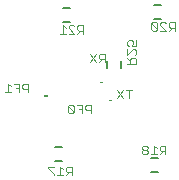
<source format=gbo>
G75*
%MOIN*%
%OFA0B0*%
%FSLAX25Y25*%
%IPPOS*%
%LPD*%
%AMOC8*
5,1,8,0,0,1.08239X$1,22.5*
%
%ADD10C,0.00300*%
%ADD11C,0.00600*%
%ADD12C,0.00000*%
D10*
X0020262Y0021932D02*
X0022197Y0019997D01*
X0022197Y0019513D01*
X0022197Y0022416D02*
X0020262Y0022416D01*
X0020262Y0021932D01*
X0023208Y0019513D02*
X0025143Y0019513D01*
X0024176Y0019513D02*
X0024176Y0022416D01*
X0025143Y0021448D01*
X0026155Y0020965D02*
X0026638Y0020481D01*
X0028090Y0020481D01*
X0028090Y0019513D02*
X0028090Y0022416D01*
X0026638Y0022416D01*
X0026155Y0021932D01*
X0026155Y0020965D01*
X0027122Y0020481D02*
X0026155Y0019513D01*
X0027306Y0040163D02*
X0028273Y0040163D01*
X0028757Y0040647D01*
X0026822Y0042582D01*
X0026822Y0040647D01*
X0027306Y0040163D01*
X0028757Y0040647D02*
X0028757Y0042582D01*
X0028273Y0043066D01*
X0027306Y0043066D01*
X0026822Y0042582D01*
X0029769Y0043066D02*
X0031703Y0043066D01*
X0031703Y0040163D01*
X0031703Y0041615D02*
X0030736Y0041615D01*
X0032715Y0041615D02*
X0033199Y0041131D01*
X0034650Y0041131D01*
X0034650Y0040163D02*
X0034650Y0043066D01*
X0033199Y0043066D01*
X0032715Y0042582D01*
X0032715Y0041615D01*
X0034269Y0057163D02*
X0036203Y0060066D01*
X0037215Y0059582D02*
X0037215Y0058615D01*
X0037699Y0058131D01*
X0039150Y0058131D01*
X0038183Y0058131D02*
X0037215Y0057163D01*
X0036203Y0057163D02*
X0034269Y0060066D01*
X0037215Y0059582D02*
X0037699Y0060066D01*
X0039150Y0060066D01*
X0039150Y0057163D01*
X0043269Y0048066D02*
X0045203Y0045163D01*
X0043269Y0045163D02*
X0045203Y0048066D01*
X0046215Y0048066D02*
X0048150Y0048066D01*
X0047183Y0048066D02*
X0047183Y0045163D01*
X0046700Y0056663D02*
X0049602Y0056663D01*
X0049602Y0058115D01*
X0049119Y0058598D01*
X0048151Y0058598D01*
X0047667Y0058115D01*
X0047667Y0056663D01*
X0047667Y0057631D02*
X0046700Y0058598D01*
X0046700Y0059610D02*
X0048635Y0061545D01*
X0049119Y0061545D01*
X0049602Y0061061D01*
X0049602Y0060094D01*
X0049119Y0059610D01*
X0049602Y0062556D02*
X0048151Y0062556D01*
X0048635Y0063524D01*
X0048635Y0064008D01*
X0048151Y0064491D01*
X0047184Y0064491D01*
X0046700Y0064008D01*
X0046700Y0063040D01*
X0047184Y0062556D01*
X0046700Y0061545D02*
X0046700Y0059610D01*
X0049602Y0062556D02*
X0049602Y0064491D01*
X0054662Y0068197D02*
X0055145Y0067713D01*
X0056113Y0067713D01*
X0056597Y0068197D01*
X0054662Y0070132D01*
X0054662Y0068197D01*
X0054662Y0070132D02*
X0055145Y0070616D01*
X0056113Y0070616D01*
X0056597Y0070132D01*
X0056597Y0068197D01*
X0057608Y0067713D02*
X0059543Y0067713D01*
X0057608Y0069648D01*
X0057608Y0070132D01*
X0058092Y0070616D01*
X0059059Y0070616D01*
X0059543Y0070132D01*
X0060555Y0070132D02*
X0060555Y0069165D01*
X0061038Y0068681D01*
X0062490Y0068681D01*
X0062490Y0067713D02*
X0062490Y0070616D01*
X0061038Y0070616D01*
X0060555Y0070132D01*
X0061522Y0068681D02*
X0060555Y0067713D01*
X0059390Y0029416D02*
X0057938Y0029416D01*
X0057455Y0028932D01*
X0057455Y0027965D01*
X0057938Y0027481D01*
X0059390Y0027481D01*
X0059390Y0026513D02*
X0059390Y0029416D01*
X0058422Y0027481D02*
X0057455Y0026513D01*
X0056443Y0026513D02*
X0054508Y0026513D01*
X0055476Y0026513D02*
X0055476Y0029416D01*
X0056443Y0028448D01*
X0053497Y0028448D02*
X0053497Y0028932D01*
X0053013Y0029416D01*
X0052045Y0029416D01*
X0051562Y0028932D01*
X0051562Y0028448D01*
X0052045Y0027965D01*
X0053013Y0027965D01*
X0053497Y0028448D01*
X0053013Y0027965D02*
X0053497Y0027481D01*
X0053497Y0026997D01*
X0053013Y0026513D01*
X0052045Y0026513D01*
X0051562Y0026997D01*
X0051562Y0027481D01*
X0052045Y0027965D01*
X0031990Y0066713D02*
X0031990Y0069616D01*
X0030538Y0069616D01*
X0030055Y0069132D01*
X0030055Y0068165D01*
X0030538Y0067681D01*
X0031990Y0067681D01*
X0031022Y0067681D02*
X0030055Y0066713D01*
X0029043Y0066713D02*
X0027108Y0068648D01*
X0027108Y0069132D01*
X0027592Y0069616D01*
X0028559Y0069616D01*
X0029043Y0069132D01*
X0029043Y0066713D02*
X0027108Y0066713D01*
X0026097Y0066713D02*
X0024162Y0066713D01*
X0025129Y0066713D02*
X0025129Y0069616D01*
X0026097Y0068648D01*
X0013650Y0050066D02*
X0013650Y0047163D01*
X0013650Y0048131D02*
X0012199Y0048131D01*
X0011715Y0048615D01*
X0011715Y0049582D01*
X0012199Y0050066D01*
X0013650Y0050066D01*
X0010703Y0050066D02*
X0010703Y0047163D01*
X0010703Y0048615D02*
X0009736Y0048615D01*
X0010703Y0050066D02*
X0008769Y0050066D01*
X0007757Y0049098D02*
X0006789Y0050066D01*
X0006789Y0047163D01*
X0005822Y0047163D02*
X0007757Y0047163D01*
D11*
X0022619Y0028876D02*
X0024981Y0028876D01*
X0024981Y0024151D02*
X0022619Y0024151D01*
X0039938Y0055332D02*
X0039938Y0057694D01*
X0044662Y0057694D02*
X0044662Y0055332D01*
X0055619Y0071651D02*
X0057981Y0071651D01*
X0057981Y0076376D02*
X0055619Y0076376D01*
X0054619Y0025376D02*
X0056981Y0025376D01*
X0056981Y0020651D02*
X0054619Y0020651D01*
X0027481Y0070651D02*
X0025119Y0070651D01*
X0025119Y0075376D02*
X0027481Y0075376D01*
D12*
X0037513Y0050613D02*
X0037497Y0050597D01*
X0037497Y0050563D01*
X0037513Y0050547D01*
X0037563Y0050547D01*
X0037589Y0050547D02*
X0037589Y0050530D01*
X0037605Y0050513D01*
X0037639Y0050513D01*
X0037655Y0050530D01*
X0037681Y0050513D02*
X0037748Y0050513D01*
X0037714Y0050513D02*
X0037714Y0050613D01*
X0037748Y0050580D01*
X0037773Y0050563D02*
X0037790Y0050547D01*
X0037840Y0050547D01*
X0037840Y0050513D02*
X0037840Y0050613D01*
X0037790Y0050613D01*
X0037773Y0050597D01*
X0037773Y0050563D01*
X0037865Y0050613D02*
X0037932Y0050613D01*
X0037898Y0050613D02*
X0037898Y0050513D01*
X0037957Y0050513D02*
X0038024Y0050513D01*
X0038049Y0050513D02*
X0038082Y0050547D01*
X0038066Y0050547D02*
X0038116Y0050547D01*
X0038116Y0050513D02*
X0038116Y0050613D01*
X0038066Y0050613D01*
X0038049Y0050597D01*
X0038049Y0050563D01*
X0038066Y0050547D01*
X0038024Y0050580D02*
X0037990Y0050613D01*
X0037990Y0050513D01*
X0038141Y0050613D02*
X0038208Y0050613D01*
X0038233Y0050597D02*
X0038233Y0050563D01*
X0038250Y0050547D01*
X0038300Y0050547D01*
X0038300Y0050513D02*
X0038300Y0050613D01*
X0038250Y0050613D01*
X0038233Y0050597D01*
X0038175Y0050613D02*
X0038175Y0050513D01*
X0037655Y0050597D02*
X0037639Y0050613D01*
X0037605Y0050613D01*
X0037589Y0050597D01*
X0037589Y0050580D01*
X0037605Y0050563D01*
X0037589Y0050547D01*
X0037605Y0050563D02*
X0037622Y0050563D01*
X0037563Y0050513D02*
X0037563Y0050613D01*
X0037513Y0050613D01*
X0037530Y0050547D02*
X0037497Y0050513D01*
X0040513Y0044613D02*
X0040497Y0044597D01*
X0040497Y0044563D01*
X0040513Y0044547D01*
X0040563Y0044547D01*
X0040589Y0044547D02*
X0040589Y0044530D01*
X0040605Y0044513D01*
X0040639Y0044513D01*
X0040655Y0044530D01*
X0040681Y0044513D02*
X0040748Y0044513D01*
X0040714Y0044513D02*
X0040714Y0044613D01*
X0040748Y0044580D01*
X0040773Y0044563D02*
X0040790Y0044547D01*
X0040840Y0044547D01*
X0040840Y0044513D02*
X0040840Y0044613D01*
X0040790Y0044613D01*
X0040773Y0044597D01*
X0040773Y0044563D01*
X0040865Y0044613D02*
X0040932Y0044613D01*
X0040898Y0044613D02*
X0040898Y0044513D01*
X0040957Y0044513D02*
X0041024Y0044513D01*
X0041049Y0044513D02*
X0041082Y0044547D01*
X0041066Y0044547D02*
X0041116Y0044547D01*
X0041116Y0044513D02*
X0041116Y0044613D01*
X0041066Y0044613D01*
X0041049Y0044597D01*
X0041049Y0044563D01*
X0041066Y0044547D01*
X0041024Y0044580D02*
X0040990Y0044613D01*
X0040990Y0044513D01*
X0041141Y0044613D02*
X0041208Y0044613D01*
X0041233Y0044597D02*
X0041233Y0044563D01*
X0041250Y0044547D01*
X0041300Y0044547D01*
X0041300Y0044513D02*
X0041300Y0044613D01*
X0041250Y0044613D01*
X0041233Y0044597D01*
X0041175Y0044613D02*
X0041175Y0044513D01*
X0040655Y0044597D02*
X0040639Y0044613D01*
X0040605Y0044613D01*
X0040589Y0044597D01*
X0040589Y0044580D01*
X0040605Y0044563D01*
X0040589Y0044547D01*
X0040605Y0044563D02*
X0040622Y0044563D01*
X0040563Y0044513D02*
X0040563Y0044613D01*
X0040513Y0044613D01*
X0040530Y0044547D02*
X0040497Y0044513D01*
X0019800Y0046013D02*
X0019800Y0046113D01*
X0019750Y0046113D01*
X0019733Y0046097D01*
X0019733Y0046063D01*
X0019750Y0046047D01*
X0019800Y0046047D01*
X0019708Y0046113D02*
X0019641Y0046113D01*
X0019616Y0046113D02*
X0019566Y0046113D01*
X0019549Y0046097D01*
X0019549Y0046063D01*
X0019566Y0046047D01*
X0019616Y0046047D01*
X0019582Y0046047D02*
X0019549Y0046013D01*
X0019524Y0046013D02*
X0019457Y0046013D01*
X0019490Y0046013D02*
X0019490Y0046113D01*
X0019524Y0046080D01*
X0019616Y0046113D02*
X0019616Y0046013D01*
X0019675Y0046013D02*
X0019675Y0046113D01*
X0019432Y0046113D02*
X0019365Y0046113D01*
X0019340Y0046113D02*
X0019290Y0046113D01*
X0019273Y0046097D01*
X0019273Y0046063D01*
X0019290Y0046047D01*
X0019340Y0046047D01*
X0019340Y0046013D02*
X0019340Y0046113D01*
X0019398Y0046113D02*
X0019398Y0046013D01*
X0019248Y0046013D02*
X0019181Y0046013D01*
X0019155Y0046030D02*
X0019139Y0046013D01*
X0019105Y0046013D01*
X0019089Y0046030D01*
X0019089Y0046047D01*
X0019105Y0046063D01*
X0019122Y0046063D01*
X0019105Y0046063D02*
X0019089Y0046080D01*
X0019089Y0046097D01*
X0019105Y0046113D01*
X0019139Y0046113D01*
X0019155Y0046097D01*
X0019214Y0046113D02*
X0019214Y0046013D01*
X0019248Y0046080D02*
X0019214Y0046113D01*
X0019063Y0046113D02*
X0019013Y0046113D01*
X0018997Y0046097D01*
X0018997Y0046063D01*
X0019013Y0046047D01*
X0019063Y0046047D01*
X0019030Y0046047D02*
X0018997Y0046013D01*
X0019063Y0046013D02*
X0019063Y0046113D01*
M02*

</source>
